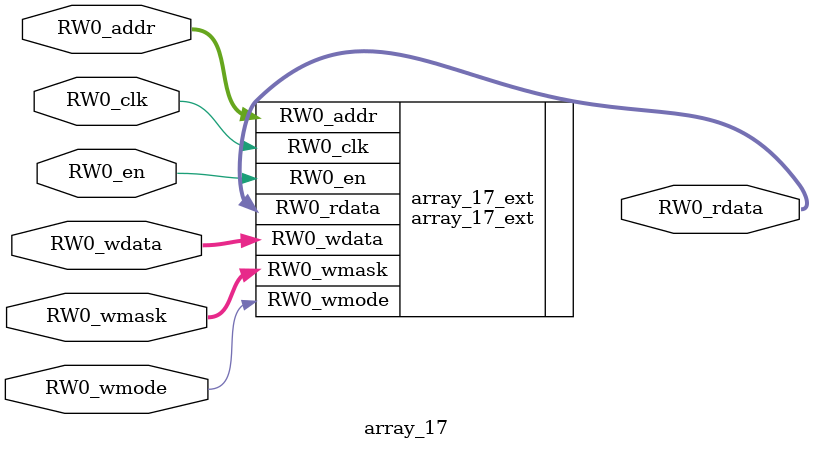
<source format=sv>
`ifndef RANDOMIZE
  `ifdef RANDOMIZE_MEM_INIT
    `define RANDOMIZE
  `endif // RANDOMIZE_MEM_INIT
`endif // not def RANDOMIZE
`ifndef RANDOMIZE
  `ifdef RANDOMIZE_REG_INIT
    `define RANDOMIZE
  `endif // RANDOMIZE_REG_INIT
`endif // not def RANDOMIZE

`ifndef RANDOM
  `define RANDOM $random
`endif // not def RANDOM

// Users can define INIT_RANDOM as general code that gets injected into the
// initializer block for modules with registers.
`ifndef INIT_RANDOM
  `define INIT_RANDOM
`endif // not def INIT_RANDOM

// If using random initialization, you can also define RANDOMIZE_DELAY to
// customize the delay used, otherwise 0.002 is used.
`ifndef RANDOMIZE_DELAY
  `define RANDOMIZE_DELAY 0.002
`endif // not def RANDOMIZE_DELAY

// Define INIT_RANDOM_PROLOG_ for use in our modules below.
`ifndef INIT_RANDOM_PROLOG_
  `ifdef RANDOMIZE
    `ifdef VERILATOR
      `define INIT_RANDOM_PROLOG_ `INIT_RANDOM
    `else  // VERILATOR
      `define INIT_RANDOM_PROLOG_ `INIT_RANDOM #`RANDOMIZE_DELAY begin end
    `endif // VERILATOR
  `else  // RANDOMIZE
    `define INIT_RANDOM_PROLOG_
  `endif // RANDOMIZE
`endif // not def INIT_RANDOM_PROLOG_

// Include register initializers in init blocks unless synthesis is set
`ifndef SYNTHESIS
  `ifndef ENABLE_INITIAL_REG_
    `define ENABLE_INITIAL_REG_
  `endif // not def ENABLE_INITIAL_REG_
`endif // not def SYNTHESIS

// Include rmemory initializers in init blocks unless synthesis is set
`ifndef SYNTHESIS
  `ifndef ENABLE_INITIAL_MEM_
    `define ENABLE_INITIAL_MEM_
  `endif // not def ENABLE_INITIAL_MEM_
`endif // not def SYNTHESIS

module array_17(
  input  [11:0] RW0_addr,
  input         RW0_en,
  input         RW0_clk,
  input         RW0_wmode,
  input  [79:0] RW0_wdata,
  output [79:0] RW0_rdata,
  input  [9:0]  RW0_wmask
);

  array_17_ext array_17_ext (
    .RW0_addr  (RW0_addr),
    .RW0_en    (RW0_en),
    .RW0_clk   (RW0_clk),
    .RW0_wmode (RW0_wmode),
    .RW0_wdata (RW0_wdata),
    .RW0_rdata (RW0_rdata),
    .RW0_wmask (RW0_wmask)
  );
endmodule


</source>
